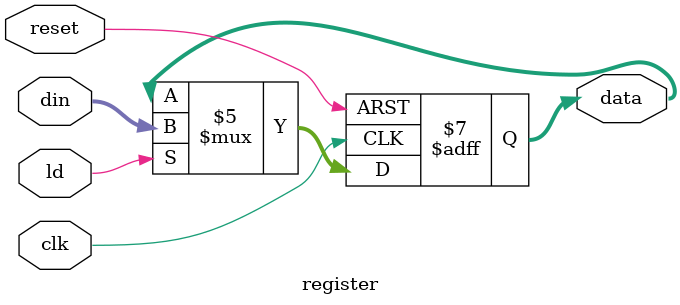
<source format=v>
`timescale 1ns / 1ps

// from lab 7, cahnged to 8bits from 16 bits
module register(
    input wire [7:0] din,
    input wire clk,
    input wire reset,
    input wire ld,
    output reg [7:0] data
    );
    
    
    always@(posedge clk or posedge reset)
    begin
        if(reset == 1)
            data = 0;
        else if(ld == 1)
            data = din;
    end
endmodule

</source>
